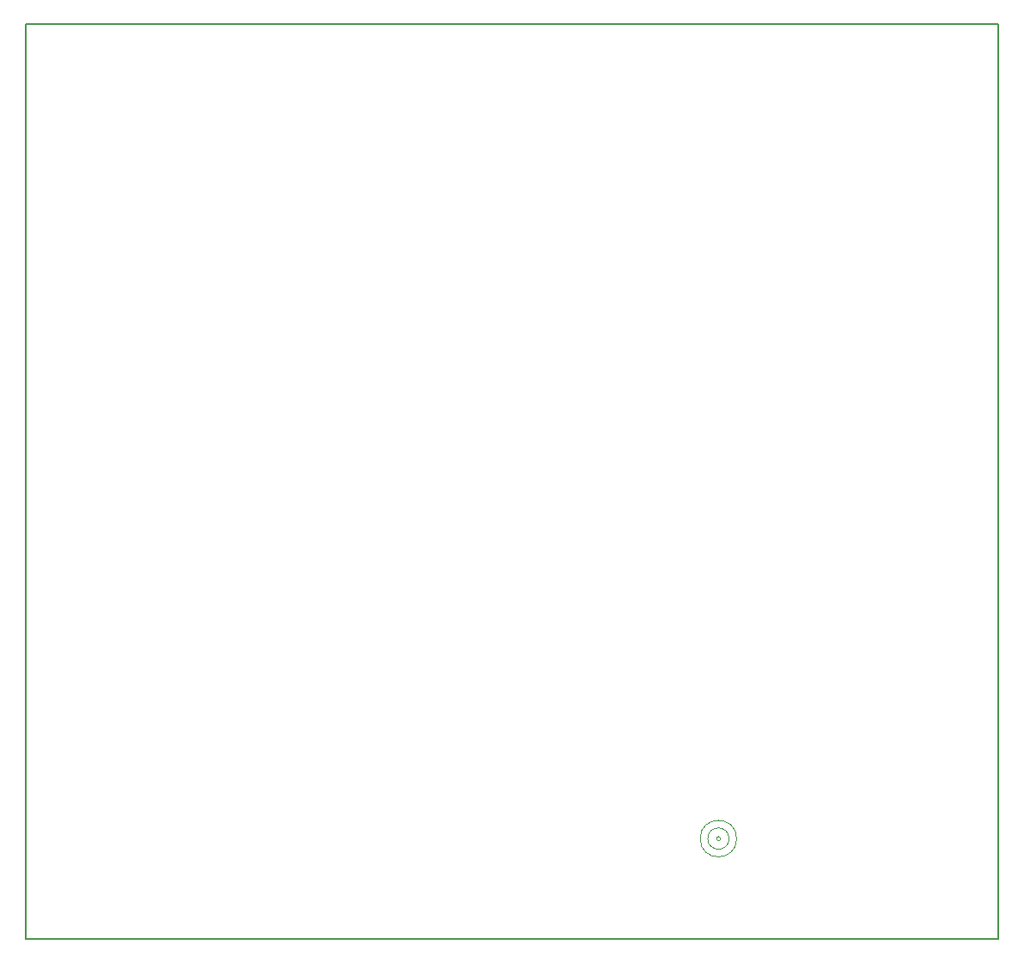
<source format=gm1>
%FSAX24Y24*%
%MOIN*%
G70*
G01*
G75*
G04 Layer_Color=16711935*
%ADD10C,0.0394*%
%ADD11C,0.0276*%
%ADD12R,0.0630X0.0709*%
%ADD13R,0.0433X0.0394*%
%ADD14R,0.0394X0.0433*%
%ADD15R,0.0591X0.1457*%
%ADD16R,0.0866X0.0236*%
%ADD17R,0.0866X0.0236*%
%ADD18R,0.0807X0.0532*%
%ADD19R,0.0532X0.0807*%
%ADD20R,0.0709X0.0630*%
%ADD21R,0.1014X0.0748*%
%ADD22R,0.0453X0.0236*%
%ADD23R,0.0650X0.0118*%
%ADD24R,0.0630X0.0118*%
%ADD25R,0.0591X0.0335*%
%ADD26R,0.0335X0.0591*%
%ADD27C,0.1969*%
%ADD28R,0.0315X0.0118*%
%ADD29C,0.0315*%
%ADD30C,0.0197*%
%ADD31C,0.0236*%
%ADD32C,0.0472*%
%ADD33C,0.0118*%
%ADD34C,0.0157*%
%ADD35C,0.0591*%
%ADD36R,0.1378X0.0565*%
%ADD37R,0.0945X0.1024*%
%ADD38R,0.0823X0.0266*%
%ADD39R,0.0866X0.0108*%
%ADD40R,0.0591X0.0630*%
%ADD41R,0.2520X0.2480*%
%ADD42C,0.0010*%
%ADD43C,0.0080*%
%ADD44R,0.0591X0.0591*%
%ADD45C,0.0591*%
%ADD46C,0.0984*%
%ADD47C,0.0620*%
%ADD48R,0.0620X0.0620*%
%ADD49C,0.2500*%
%ADD50C,0.0236*%
%ADD51C,0.0472*%
%ADD52C,0.0315*%
%ADD53R,0.0315X0.0630*%
%ADD54R,0.0827X0.1181*%
%ADD55O,0.0118X0.0709*%
%ADD56O,0.0709X0.0118*%
%ADD57R,0.0394X0.0374*%
%ADD58R,0.3307X0.3307*%
%ADD59C,0.0098*%
%ADD60C,0.0079*%
%ADD61C,0.0080*%
%ADD62C,0.0100*%
%ADD63R,0.0710X0.0789*%
%ADD64R,0.0513X0.0474*%
%ADD65R,0.0474X0.0513*%
%ADD66R,0.0671X0.1537*%
%ADD67R,0.0946X0.0316*%
%ADD68R,0.0946X0.0316*%
%ADD69R,0.0887X0.0612*%
%ADD70R,0.0612X0.0887*%
%ADD71R,0.0789X0.0710*%
%ADD72R,0.1094X0.0828*%
%ADD73R,0.0533X0.0316*%
%ADD74R,0.0730X0.0198*%
%ADD75R,0.0710X0.0198*%
%ADD76R,0.0671X0.0415*%
%ADD77R,0.0415X0.0671*%
%ADD78C,0.2049*%
%ADD79R,0.0395X0.0198*%
%ADD80R,0.0671X0.0671*%
%ADD81C,0.0671*%
%ADD82C,0.1064*%
%ADD83C,0.0700*%
%ADD84R,0.0700X0.0700*%
%ADD85C,0.2580*%
%ADD86C,0.0316*%
%ADD87C,0.0552*%
%ADD88C,0.0395*%
%ADD89R,0.0395X0.0710*%
%ADD90R,0.0907X0.1261*%
%ADD91O,0.0198X0.0789*%
%ADD92O,0.0789X0.0198*%
%ADD93R,0.0474X0.0454*%
%ADD94C,0.0140*%
D42*
X067598Y063898D02*
G03*
X067598Y063898I-000709J000000D01*
G01*
X067303D02*
G03*
X067303Y063898I-000413J000000D01*
G01*
X066968D02*
G03*
X066968Y063898I-000079J000000D01*
G01*
X067598D02*
G03*
X067598Y063898I-000709J000000D01*
G01*
X067303D02*
G03*
X067303Y063898I-000413J000000D01*
G01*
X066968D02*
G03*
X066968Y063898I-000079J000000D01*
G01*
D43*
X040000Y060000D02*
X077752D01*
X040000Y095500D02*
X077752D01*
Y060000D02*
Y095500D01*
X040000Y060000D02*
Y095500D01*
Y060000D02*
X077752D01*
X040000Y095500D02*
X077752D01*
Y060000D02*
Y095500D01*
X040000Y060000D02*
Y095500D01*
M02*

</source>
